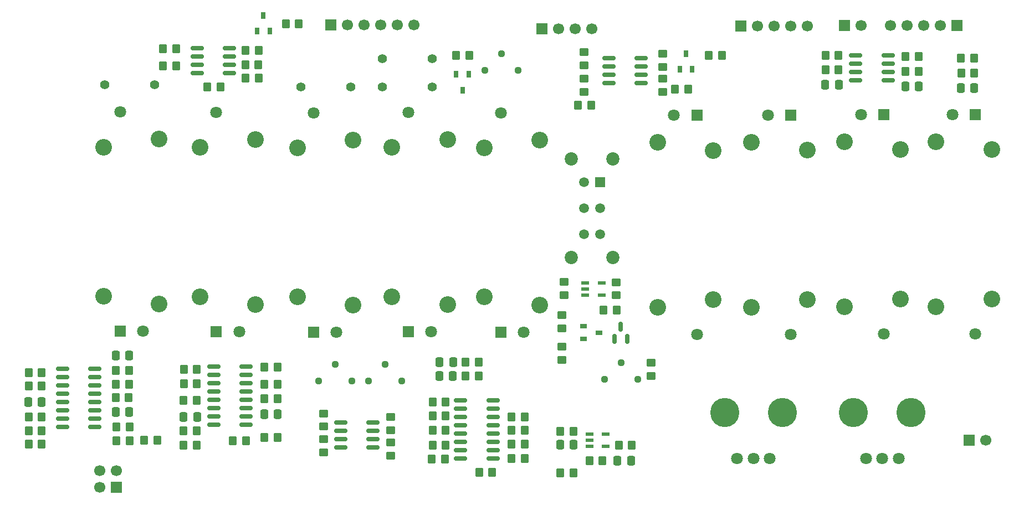
<source format=gbr>
%TF.GenerationSoftware,KiCad,Pcbnew,9.0.3*%
%TF.CreationDate,2025-09-23T17:45:54+09:00*%
%TF.ProjectId,SynthBoard,53796e74-6842-46f6-9172-642e6b696361,rev?*%
%TF.SameCoordinates,Original*%
%TF.FileFunction,Soldermask,Top*%
%TF.FilePolarity,Negative*%
%FSLAX46Y46*%
G04 Gerber Fmt 4.6, Leading zero omitted, Abs format (unit mm)*
G04 Created by KiCad (PCBNEW 9.0.3) date 2025-09-23 17:45:54*
%MOMM*%
%LPD*%
G01*
G04 APERTURE LIST*
G04 Aperture macros list*
%AMRoundRect*
0 Rectangle with rounded corners*
0 $1 Rounding radius*
0 $2 $3 $4 $5 $6 $7 $8 $9 X,Y pos of 4 corners*
0 Add a 4 corners polygon primitive as box body*
4,1,4,$2,$3,$4,$5,$6,$7,$8,$9,$2,$3,0*
0 Add four circle primitives for the rounded corners*
1,1,$1+$1,$2,$3*
1,1,$1+$1,$4,$5*
1,1,$1+$1,$6,$7*
1,1,$1+$1,$8,$9*
0 Add four rect primitives between the rounded corners*
20,1,$1+$1,$2,$3,$4,$5,0*
20,1,$1+$1,$4,$5,$6,$7,0*
20,1,$1+$1,$6,$7,$8,$9,0*
20,1,$1+$1,$8,$9,$2,$3,0*%
G04 Aperture macros list end*
%ADD10RoundRect,0.250000X0.350000X0.450000X-0.350000X0.450000X-0.350000X-0.450000X0.350000X-0.450000X0*%
%ADD11C,1.800000*%
%ADD12C,4.455000*%
%ADD13RoundRect,0.250000X-0.350000X-0.450000X0.350000X-0.450000X0.350000X0.450000X-0.350000X0.450000X0*%
%ADD14RoundRect,0.250000X0.337500X0.475000X-0.337500X0.475000X-0.337500X-0.475000X0.337500X-0.475000X0*%
%ADD15RoundRect,0.250000X0.450000X-0.350000X0.450000X0.350000X-0.450000X0.350000X-0.450000X-0.350000X0*%
%ADD16R,1.700000X1.700000*%
%ADD17C,1.700000*%
%ADD18R,1.800000X1.800000*%
%ADD19C,2.550000*%
%ADD20RoundRect,0.250000X-0.337500X-0.475000X0.337500X-0.475000X0.337500X0.475000X-0.337500X0.475000X0*%
%ADD21RoundRect,0.150000X-0.825000X-0.150000X0.825000X-0.150000X0.825000X0.150000X-0.825000X0.150000X0*%
%ADD22C,1.120000*%
%ADD23RoundRect,0.250000X-0.450000X0.350000X-0.450000X-0.350000X0.450000X-0.350000X0.450000X0.350000X0*%
%ADD24RoundRect,0.150000X0.150000X-0.587500X0.150000X0.587500X-0.150000X0.587500X-0.150000X-0.587500X0*%
%ADD25R,1.000000X0.800000*%
%ADD26R,0.800000X1.000000*%
%ADD27C,1.400000*%
%ADD28R,1.500000X1.500000*%
%ADD29C,1.500000*%
%ADD30C,2.025000*%
%ADD31R,1.200000X0.600000*%
G04 APERTURE END LIST*
D10*
%TO.C,R59*%
X249832000Y-110282000D03*
X247832000Y-110282000D03*
%TD*%
D11*
%TO.C,VR14*%
X302000000Y-114600000D03*
X304500000Y-114600000D03*
X307000000Y-114600000D03*
D12*
X300100000Y-107600000D03*
X308900000Y-107600000D03*
%TD*%
D10*
%TO.C,R27*%
X189504000Y-109774000D03*
X187504000Y-109774000D03*
%TD*%
D13*
%TO.C,R86*%
X213360000Y-48133000D03*
X215360000Y-48133000D03*
%TD*%
%TO.C,R30*%
X205246500Y-111933000D03*
X207246500Y-111933000D03*
%TD*%
D14*
%TO.C,C11*%
X176079500Y-105964000D03*
X174004500Y-105964000D03*
%TD*%
D10*
%TO.C,R76*%
X196580000Y-51943000D03*
X194580000Y-51943000D03*
%TD*%
D15*
%TO.C,R79*%
X219128500Y-113662000D03*
X219128500Y-111662000D03*
%TD*%
D16*
%TO.C,J1*%
X282915000Y-48535000D03*
D17*
X285455000Y-48535000D03*
X287995000Y-48535000D03*
X290535000Y-48535000D03*
X293075000Y-48535000D03*
%TD*%
D13*
%TO.C,R83*%
X207189000Y-52243000D03*
X209189000Y-52243000D03*
%TD*%
D14*
%TO.C,C10*%
X199812500Y-108250000D03*
X197737500Y-108250000D03*
%TD*%
D15*
%TO.C,R49*%
X255524000Y-94726000D03*
X255524000Y-92726000D03*
%TD*%
%TO.C,R62*%
X270927000Y-58552000D03*
X270927000Y-56552000D03*
%TD*%
D10*
%TO.C,R81*%
X209173000Y-54402000D03*
X207173000Y-54402000D03*
%TD*%
D18*
%TO.C,VR23*%
X276165000Y-62163000D03*
D11*
X272665000Y-62163000D03*
X276165000Y-95663000D03*
D19*
X278665000Y-67513000D03*
X270165000Y-66313000D03*
X278665000Y-90313000D03*
X270165000Y-91513000D03*
%TD*%
D13*
%TO.C,R56*%
X247832000Y-108250000D03*
X249832000Y-108250000D03*
%TD*%
D10*
%TO.C,R18*%
X189377000Y-103297000D03*
X187377000Y-103297000D03*
%TD*%
D13*
%TO.C,R64*%
X242895000Y-116759000D03*
X244895000Y-116759000D03*
%TD*%
D20*
%TO.C,C15*%
X316493000Y-57958000D03*
X318568000Y-57958000D03*
%TD*%
D13*
%TO.C,R109*%
X295803000Y-55164000D03*
X297803000Y-55164000D03*
%TD*%
%TO.C,R71*%
X235783000Y-105964000D03*
X237783000Y-105964000D03*
%TD*%
D15*
%TO.C,R57*%
X258953000Y-58568000D03*
X258953000Y-56568000D03*
%TD*%
D10*
%TO.C,R70*%
X266228000Y-112568000D03*
X264228000Y-112568000D03*
%TD*%
%TO.C,R2*%
X189393000Y-101138000D03*
X187393000Y-101138000D03*
%TD*%
%TO.C,R53*%
X242820000Y-99868000D03*
X240820000Y-99868000D03*
%TD*%
D15*
%TO.C,R51*%
X255524000Y-99552000D03*
X255524000Y-97552000D03*
%TD*%
D13*
%TO.C,R72*%
X235783000Y-110282000D03*
X237783000Y-110282000D03*
%TD*%
%TO.C,R122*%
X308027000Y-53132000D03*
X310027000Y-53132000D03*
%TD*%
D10*
%TO.C,R110*%
X310027000Y-55418000D03*
X308027000Y-55418000D03*
%TD*%
D14*
%TO.C,C7*%
X257323500Y-112522000D03*
X255248500Y-112522000D03*
%TD*%
D21*
%TO.C,U4*%
X199807000Y-51862000D03*
X199807000Y-53132000D03*
X199807000Y-54402000D03*
X199807000Y-55672000D03*
X204757000Y-55672000D03*
X204757000Y-54402000D03*
X204757000Y-53132000D03*
X204757000Y-51862000D03*
%TD*%
D22*
%TO.C,VR10*%
X243749000Y-55291000D03*
X246289000Y-52751000D03*
X248829000Y-55291000D03*
%TD*%
D16*
%TO.C,J3*%
X298760000Y-48433000D03*
D17*
X301300000Y-48433000D03*
%TD*%
D15*
%TO.C,R80*%
X229415500Y-114186000D03*
X229415500Y-112186000D03*
%TD*%
D23*
%TO.C,R47*%
X263815000Y-87676000D03*
X263815000Y-89676000D03*
%TD*%
D13*
%TO.C,R77*%
X235656000Y-114727000D03*
X237656000Y-114727000D03*
%TD*%
%TO.C,R66*%
X255286000Y-110490000D03*
X257286000Y-110490000D03*
%TD*%
D10*
%TO.C,R58*%
X249832000Y-112441000D03*
X247832000Y-112441000D03*
%TD*%
D23*
%TO.C,R85*%
X229415500Y-108265000D03*
X229415500Y-110265000D03*
%TD*%
D13*
%TO.C,R33*%
X239411000Y-52959000D03*
X241411000Y-52959000D03*
%TD*%
%TO.C,R89*%
X197769500Y-103170000D03*
X199769500Y-103170000D03*
%TD*%
D10*
%TO.C,R93*%
X199753500Y-112568000D03*
X197753500Y-112568000D03*
%TD*%
%TO.C,R32*%
X189509500Y-111933000D03*
X187509500Y-111933000D03*
%TD*%
D24*
%TO.C,Q1*%
X263591000Y-96363000D03*
X265491000Y-96363000D03*
X264541000Y-94488000D03*
%TD*%
D16*
%TO.C,J6*%
X220254000Y-48306000D03*
D17*
X222794000Y-48306000D03*
X225334000Y-48306000D03*
X227874000Y-48306000D03*
X230414000Y-48306000D03*
X232954000Y-48306000D03*
%TD*%
D10*
%TO.C,R91*%
X199737500Y-110409000D03*
X197737500Y-110409000D03*
%TD*%
D18*
%TO.C,VR11*%
X232084000Y-95225000D03*
D11*
X235584000Y-95225000D03*
X232084000Y-61725000D03*
D19*
X229584000Y-89875000D03*
X238084000Y-91075000D03*
X229584000Y-67075000D03*
X238084000Y-65875000D03*
%TD*%
D21*
%TO.C,U6*%
X221733500Y-109122000D03*
X221733500Y-110392000D03*
X221733500Y-111662000D03*
X221733500Y-112932000D03*
X226683500Y-112932000D03*
X226683500Y-111662000D03*
X226683500Y-110392000D03*
X226683500Y-109122000D03*
%TD*%
D20*
%TO.C,C4*%
X187361000Y-107488000D03*
X189436000Y-107488000D03*
%TD*%
D13*
%TO.C,R50*%
X261906000Y-91948000D03*
X263906000Y-91948000D03*
%TD*%
D10*
%TO.C,R94*%
X176079500Y-110409000D03*
X174079500Y-110409000D03*
%TD*%
D13*
%TO.C,R68*%
X278019000Y-52959000D03*
X280019000Y-52959000D03*
%TD*%
%TO.C,R73*%
X235783000Y-108123000D03*
X237783000Y-108123000D03*
%TD*%
D18*
%TO.C,VR26*%
X318710000Y-62063000D03*
D11*
X315210000Y-62063000D03*
X318710000Y-95563000D03*
D19*
X321210000Y-67413000D03*
X312710000Y-66213000D03*
X321210000Y-90213000D03*
X312710000Y-91413000D03*
%TD*%
D25*
%TO.C,Q3*%
X258839000Y-94427000D03*
X258839000Y-96327000D03*
X261239000Y-95377000D03*
%TD*%
D10*
%TO.C,R28*%
X212088500Y-111379000D03*
X210088500Y-111379000D03*
%TD*%
D26*
%TO.C,Q2*%
X241300000Y-55880000D03*
X239400000Y-55880000D03*
X240350000Y-58280000D03*
%TD*%
D22*
%TO.C,VR17*%
X225986500Y-102798000D03*
X228526500Y-100258000D03*
X231066500Y-102798000D03*
%TD*%
D13*
%TO.C,R65*%
X272828000Y-58166000D03*
X274828000Y-58166000D03*
%TD*%
D10*
%TO.C,R69*%
X261751000Y-114981000D03*
X259751000Y-114981000D03*
%TD*%
D16*
%TO.C,J10*%
X317790000Y-111806000D03*
D17*
X320330000Y-111806000D03*
%TD*%
D21*
%TO.C,U3*%
X262737000Y-53386000D03*
X262737000Y-54656000D03*
X262737000Y-55926000D03*
X262737000Y-57196000D03*
X267687000Y-57196000D03*
X267687000Y-55926000D03*
X267687000Y-54656000D03*
X267687000Y-53386000D03*
%TD*%
D18*
%TO.C,VR18*%
X202747000Y-95225000D03*
D11*
X206247000Y-95225000D03*
X202747000Y-61725000D03*
D19*
X200247000Y-89875000D03*
X208747000Y-91075000D03*
X200247000Y-67075000D03*
X208747000Y-65875000D03*
%TD*%
D21*
%TO.C,U2*%
X179254500Y-100884000D03*
X179254500Y-102154000D03*
X179254500Y-103424000D03*
X179254500Y-104694000D03*
X179254500Y-105964000D03*
X179254500Y-107234000D03*
X179254500Y-108504000D03*
X179254500Y-109774000D03*
X184204500Y-109774000D03*
X184204500Y-108504000D03*
X184204500Y-107234000D03*
X184204500Y-105964000D03*
X184204500Y-104694000D03*
X184204500Y-103424000D03*
X184204500Y-102154000D03*
X184204500Y-100884000D03*
%TD*%
D20*
%TO.C,C6*%
X236829500Y-102027000D03*
X238904500Y-102027000D03*
%TD*%
D27*
%TO.C,R35*%
X215682000Y-57831000D03*
X223302000Y-57831000D03*
%TD*%
D18*
%TO.C,VR12*%
X246190000Y-95282000D03*
D11*
X249690000Y-95282000D03*
X246190000Y-61782000D03*
D19*
X243690000Y-89932000D03*
X252190000Y-91132000D03*
X243690000Y-67132000D03*
X252190000Y-65932000D03*
%TD*%
D21*
%TO.C,U8*%
X240069000Y-105710000D03*
X240069000Y-106980000D03*
X240069000Y-108250000D03*
X240069000Y-109520000D03*
X240069000Y-110790000D03*
X240069000Y-112060000D03*
X240069000Y-113330000D03*
X240069000Y-114600000D03*
X245019000Y-114600000D03*
X245019000Y-113330000D03*
X245019000Y-112060000D03*
X245019000Y-110790000D03*
X245019000Y-109520000D03*
X245019000Y-108250000D03*
X245019000Y-106980000D03*
X245019000Y-105710000D03*
%TD*%
D14*
%TO.C,C21*%
X297856500Y-57450000D03*
X295781500Y-57450000D03*
%TD*%
D22*
%TO.C,VR19*%
X262037000Y-102535000D03*
X264577000Y-99995000D03*
X267117000Y-102535000D03*
%TD*%
D20*
%TO.C,C8*%
X210035000Y-107869000D03*
X212110000Y-107869000D03*
%TD*%
D28*
%TO.C,S3*%
X261414000Y-72346000D03*
D29*
X261414000Y-76346000D03*
X261414000Y-80346000D03*
X258914000Y-72346000D03*
X258914000Y-76346000D03*
X258914000Y-80346000D03*
D30*
X263314000Y-68846000D03*
X263314000Y-83846000D03*
X257014000Y-68846000D03*
X257014000Y-83846000D03*
%TD*%
D27*
%TO.C,R36*%
X228128000Y-57831000D03*
X235748000Y-57831000D03*
%TD*%
D10*
%TO.C,R3*%
X212072500Y-100630000D03*
X210072500Y-100630000D03*
%TD*%
D13*
%TO.C,R78*%
X201347000Y-57831000D03*
X203347000Y-57831000D03*
%TD*%
D20*
%TO.C,C22*%
X307995000Y-57704000D03*
X310070000Y-57704000D03*
%TD*%
D18*
%TO.C,VR15*%
X188024000Y-95155000D03*
D11*
X191524000Y-95155000D03*
X188024000Y-61655000D03*
D19*
X185524000Y-89805000D03*
X194024000Y-91005000D03*
X185524000Y-67005000D03*
X194024000Y-65805000D03*
%TD*%
D10*
%TO.C,R31*%
X199769500Y-101011000D03*
X197769500Y-101011000D03*
%TD*%
%TO.C,R14*%
X189361000Y-105329000D03*
X187361000Y-105329000D03*
%TD*%
D20*
%TO.C,C9*%
X264026000Y-114981000D03*
X266101000Y-114981000D03*
%TD*%
D16*
%TO.C,J4*%
X252476000Y-48895000D03*
D17*
X255016000Y-48895000D03*
X257556000Y-48895000D03*
X260096000Y-48895000D03*
%TD*%
D23*
%TO.C,R46*%
X255905000Y-87615000D03*
X255905000Y-89615000D03*
%TD*%
D13*
%TO.C,R92*%
X174063500Y-108250000D03*
X176063500Y-108250000D03*
%TD*%
D26*
%TO.C,Q5*%
X208981000Y-49263000D03*
X210881000Y-49263000D03*
X209931000Y-46863000D03*
%TD*%
D15*
%TO.C,R84*%
X219128500Y-109725000D03*
X219128500Y-107725000D03*
%TD*%
%TO.C,R48*%
X269149000Y-101995000D03*
X269149000Y-99995000D03*
%TD*%
D13*
%TO.C,R87*%
X197737500Y-105710000D03*
X199737500Y-105710000D03*
%TD*%
D21*
%TO.C,U5*%
X202369500Y-100601000D03*
X202369500Y-101871000D03*
X202369500Y-103141000D03*
X202369500Y-104411000D03*
X202369500Y-105681000D03*
X202369500Y-106951000D03*
X202369500Y-108221000D03*
X202369500Y-109491000D03*
X207319500Y-109491000D03*
X207319500Y-108221000D03*
X207319500Y-106951000D03*
X207319500Y-105681000D03*
X207319500Y-104411000D03*
X207319500Y-103141000D03*
X207319500Y-101871000D03*
X207319500Y-100601000D03*
%TD*%
D23*
%TO.C,R61*%
X270927000Y-52742000D03*
X270927000Y-54742000D03*
%TD*%
D13*
%TO.C,R88*%
X174063500Y-103551000D03*
X176063500Y-103551000D03*
%TD*%
D27*
%TO.C,R34*%
X185710000Y-57450000D03*
X193330000Y-57450000D03*
%TD*%
D10*
%TO.C,R111*%
X297803000Y-53005000D03*
X295803000Y-53005000D03*
%TD*%
D20*
%TO.C,C5*%
X236851000Y-99868000D03*
X238926000Y-99868000D03*
%TD*%
D18*
%TO.C,VR13*%
X217615000Y-95282000D03*
D11*
X221115000Y-95282000D03*
X217615000Y-61782000D03*
D19*
X215115000Y-89932000D03*
X223615000Y-91132000D03*
X215115000Y-67132000D03*
X223615000Y-65932000D03*
%TD*%
D20*
%TO.C,C3*%
X187361000Y-98852000D03*
X189436000Y-98852000D03*
%TD*%
D11*
%TO.C,VR22*%
X282315000Y-114615000D03*
X284815000Y-114615000D03*
X287315000Y-114615000D03*
D12*
X280415000Y-107615000D03*
X289215000Y-107615000D03*
%TD*%
D10*
%TO.C,R106*%
X318568000Y-55672000D03*
X316568000Y-55672000D03*
%TD*%
D16*
%TO.C,J5*%
X315895000Y-48420000D03*
D17*
X313355000Y-48420000D03*
X310815000Y-48420000D03*
X308275000Y-48420000D03*
X305735000Y-48420000D03*
%TD*%
D18*
%TO.C,VR24*%
X290525000Y-62133000D03*
D11*
X287025000Y-62133000D03*
X290525000Y-95633000D03*
D19*
X293025000Y-67483000D03*
X284525000Y-66283000D03*
X293025000Y-90283000D03*
X284525000Y-91483000D03*
%TD*%
D10*
%TO.C,R1*%
X193695000Y-111806000D03*
X191695000Y-111806000D03*
%TD*%
D22*
%TO.C,VR16*%
X218352000Y-102789000D03*
X220892000Y-100249000D03*
X223432000Y-102789000D03*
%TD*%
D31*
%TO.C,IC1*%
X259116000Y-87742000D03*
X259116000Y-88692000D03*
X259116000Y-89642000D03*
X261616000Y-89642000D03*
X261616000Y-87742000D03*
%TD*%
D13*
%TO.C,R67*%
X255286000Y-116840000D03*
X257286000Y-116840000D03*
%TD*%
D10*
%TO.C,R82*%
X209205000Y-56434000D03*
X207205000Y-56434000D03*
%TD*%
D13*
%TO.C,R75*%
X235783000Y-112568000D03*
X237783000Y-112568000D03*
%TD*%
D10*
%TO.C,R15*%
X212072500Y-105456000D03*
X210072500Y-105456000D03*
%TD*%
D13*
%TO.C,R74*%
X194580000Y-54610000D03*
X196580000Y-54610000D03*
%TD*%
D10*
%TO.C,R26*%
X212072500Y-103297000D03*
X210072500Y-103297000D03*
%TD*%
D31*
%TO.C,IC2*%
X259771000Y-110856000D03*
X259771000Y-111806000D03*
X259771000Y-112756000D03*
X262271000Y-112756000D03*
X262271000Y-110856000D03*
%TD*%
D18*
%TO.C,VR25*%
X304740000Y-62063000D03*
D11*
X301240000Y-62063000D03*
X304740000Y-95563000D03*
D19*
X307240000Y-67413000D03*
X298740000Y-66213000D03*
X307240000Y-90213000D03*
X298740000Y-91413000D03*
%TD*%
D10*
%TO.C,R97*%
X318536000Y-53386000D03*
X316536000Y-53386000D03*
%TD*%
%TO.C,R54*%
X242804000Y-102027000D03*
X240804000Y-102027000D03*
%TD*%
D15*
%TO.C,R60*%
X258953000Y-54467000D03*
X258953000Y-52467000D03*
%TD*%
D10*
%TO.C,R29*%
X176079500Y-112441000D03*
X174079500Y-112441000D03*
%TD*%
D27*
%TO.C,R37*%
X228128000Y-53513000D03*
X235748000Y-53513000D03*
%TD*%
D16*
%TO.C,J8*%
X187488000Y-119045000D03*
D17*
X187488000Y-116505000D03*
X184948000Y-119045000D03*
X184948000Y-116505000D03*
%TD*%
D13*
%TO.C,R90*%
X174079500Y-101519000D03*
X176079500Y-101519000D03*
%TD*%
D10*
%TO.C,R63*%
X249832000Y-114600000D03*
X247832000Y-114600000D03*
%TD*%
D13*
%TO.C,R52*%
X258005000Y-60625000D03*
X260005000Y-60625000D03*
%TD*%
D26*
%TO.C,Q4*%
X273563000Y-55118000D03*
X275463000Y-55118000D03*
X274513000Y-52718000D03*
%TD*%
D21*
%TO.C,U9*%
X300440000Y-53005000D03*
X300440000Y-54275000D03*
X300440000Y-55545000D03*
X300440000Y-56815000D03*
X305390000Y-56815000D03*
X305390000Y-55545000D03*
X305390000Y-54275000D03*
X305390000Y-53005000D03*
%TD*%
M02*

</source>
